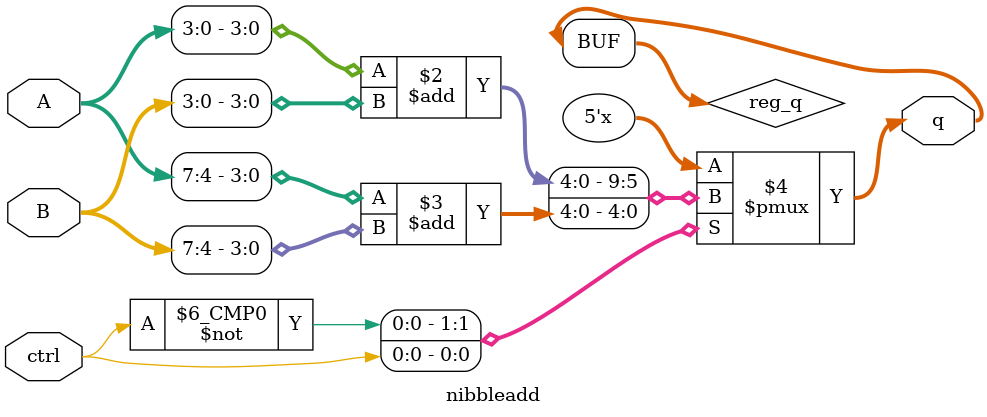
<source format=v>
`timescale 1ns / 1ps


module nibbleadd(
    input [7:0]A,
    input [7:0]B,
    input ctrl,
    output [4:0]q
);
    

//YOUR CODE HERE

//objective: use cntrl to SUM values from input A and B

//Declare variables

reg [3:0] a, b;

//case require reg/int storage value when the condition met
//output is wire so it will have procedural block errors
//to solve, add one more reg variable(reg_q) to store, then assign
//to wire output(q)
reg [4:0] reg_q;
assign q = reg_q;

//use case condition to split cntrl options
always@*
    case(ctrl)
        1'b0 : begin //lowest sum
            a = A[3:0]; b = B[3:0];
            reg_q = a + b;
          
        end
        
        1'b1: begin //upper sum
            a = A[7:4]; b = B[7:4];
            reg_q = a + b;
            
        end
       
       
    endcase
    
endmodule

</source>
